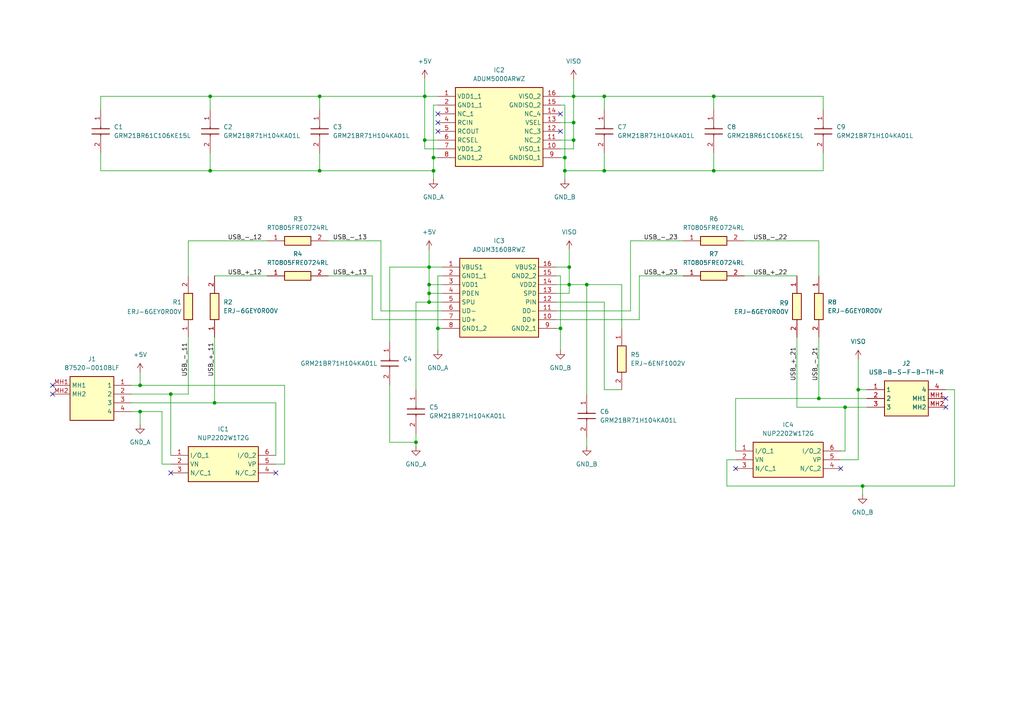
<source format=kicad_sch>
(kicad_sch (version 20250114) (generator "eeschema") (generator_version "9.0")
  (paper "A4")
  (lib_symbols
    (symbol "SamacSys_Parts:87520-0010BLF"
      (property "Reference" "J" (at 19.05 7.62 0))
      (property "Value" "87520-0010BLF" (at 19.05 5.08 0))
      (symbol "87520-0010BLF_1_1"
        (rectangle (start 5.08 2.54) (end 17.78 -10.16) (stroke (width 0.254)) (fill (type background)))
        (pin passive line (at 0 0 0) (length 5.08) (name "MH1") (number "MH1"))
        (pin passive line (at 0 -2.54 0) (length 5.08) (name "MH2") (number "MH2"))
        (pin passive line (at 22.86 0 180) (length 5.08) (name "1") (number "1"))
        (pin passive line (at 22.86 -2.54 180) (length 5.08) (name "2") (number "2"))
        (pin passive line (at 22.86 -5.08 180) (length 5.08) (name "3") (number "3"))
        (pin passive line (at 22.86 -7.62 180) (length 5.08) (name "4") (number "4"))
      )
    )
    (symbol "SamacSys_Parts:ADUM3160BRWZ"
      (property "Reference" "IC" (at 29.21 7.62 0))
      (property "Value" "ADUM3160BRWZ" (at 29.21 5.08 0))
      (symbol "ADUM3160BRWZ_1_1"
        (rectangle (start 5.08 2.54) (end 27.94 -20.32) (stroke (width 0.254)) (fill (type background)))
        (pin passive line (at 0 0 0) (length 5.08) (name "VBUS1") (number "1"))
        (pin passive line (at 0 -2.54 0) (length 5.08) (name "GND1_1") (number "2"))
        (pin passive line (at 0 -5.08 0) (length 5.08) (name "VDD1") (number "3"))
        (pin passive line (at 0 -7.62 0) (length 5.08) (name "PDEN") (number "4"))
        (pin passive line (at 0 -10.16 0) (length 5.08) (name "SPU") (number "5"))
        (pin passive line (at 0 -12.7 0) (length 5.08) (name "UD-") (number "6"))
        (pin passive line (at 0 -15.24 0) (length 5.08) (name "UD+") (number "7"))
        (pin passive line (at 0 -17.78 0) (length 5.08) (name "GND1_2") (number "8"))
        (pin passive line (at 33.02 0 180) (length 5.08) (name "VBUS2") (number "16"))
        (pin passive line (at 33.02 -2.54 180) (length 5.08) (name "GND2_2") (number "15"))
        (pin passive line (at 33.02 -5.08 180) (length 5.08) (name "VDD2") (number "14"))
        (pin passive line (at 33.02 -7.62 180) (length 5.08) (name "SPD") (number "13"))
        (pin passive line (at 33.02 -10.16 180) (length 5.08) (name "PIN") (number "12"))
        (pin passive line (at 33.02 -12.7 180) (length 5.08) (name "DD-") (number "11"))
        (pin passive line (at 33.02 -15.24 180) (length 5.08) (name "DD+") (number "10"))
        (pin passive line (at 33.02 -17.78 180) (length 5.08) (name "GND2_1") (number "9"))
      )
    )
    (symbol "SamacSys_Parts:ADUM5000ARWZ"
      (property "Reference" "IC" (at 31.75 7.62 0))
      (property "Value" "ADUM5000ARWZ" (at 31.75 5.08 0))
      (symbol "ADUM5000ARWZ_1_1"
        (rectangle (start 5.08 2.54) (end 30.48 -20.32) (stroke (width 0.254)) (fill (type background)))
        (pin passive line (at 0 0 0) (length 5.08) (name "VDD1_1") (number "1"))
        (pin passive line (at 0 -2.54 0) (length 5.08) (name "GND1_1") (number "2"))
        (pin passive line (at 0 -5.08 0) (length 5.08) (name "NC_1") (number "3"))
        (pin passive line (at 0 -7.62 0) (length 5.08) (name "RCIN") (number "4"))
        (pin passive line (at 0 -10.16 0) (length 5.08) (name "RCOUT") (number "5"))
        (pin passive line (at 0 -12.7 0) (length 5.08) (name "RCSEL") (number "6"))
        (pin passive line (at 0 -15.24 0) (length 5.08) (name "VDD1_2") (number "7"))
        (pin passive line (at 0 -17.78 0) (length 5.08) (name "GND1_2") (number "8"))
        (pin passive line (at 35.56 0 180) (length 5.08) (name "VISO_2") (number "16"))
        (pin passive line (at 35.56 -2.54 180) (length 5.08) (name "GNDISO_2") (number "15"))
        (pin passive line (at 35.56 -5.08 180) (length 5.08) (name "NC_4") (number "14"))
        (pin passive line (at 35.56 -7.62 180) (length 5.08) (name "VSEL") (number "13"))
        (pin passive line (at 35.56 -10.16 180) (length 5.08) (name "NC_3") (number "12"))
        (pin passive line (at 35.56 -12.7 180) (length 5.08) (name "NC_2") (number "11"))
        (pin passive line (at 35.56 -15.24 180) (length 5.08) (name "VISO_1") (number "10"))
        (pin passive line (at 35.56 -17.78 180) (length 5.08) (name "GNDISO_1") (number "9"))
      )
    )
    (symbol "SamacSys_Parts:ERJ-6ENF1002V" (pin_names (hide yes))
      (property "Reference" "R" (at 13.97 6.35 0))
      (property "Value" "ERJ-6ENF1002V" (at 13.97 3.81 0))
      (symbol "ERJ-6ENF1002V_1_1"
        (rectangle (start 5.08 1.27) (end 12.7 -1.27) (stroke (width 0.254)) (fill (type background)))
        (pin passive line (at 0 0 0) (length 5.08) (name "1") (number "1"))
        (pin passive line (at 17.78 0 180) (length 5.08) (name "2") (number "2"))
      )
    )
    (symbol "SamacSys_Parts:ERJ-6GEY0R00V" (pin_names (hide yes))
      (property "Reference" "R" (at 13.97 6.35 0))
      (property "Value" "ERJ-6GEY0R00V" (at 13.97 3.81 0))
      (symbol "ERJ-6GEY0R00V_1_1"
        (rectangle (start 5.08 1.27) (end 12.7 -1.27) (stroke (width 0.254)) (fill (type background)))
        (pin passive line (at 0 0 0) (length 5.08) (name "1") (number "1"))
        (pin passive line (at 17.78 0 180) (length 5.08) (name "2") (number "2"))
      )
    )
    (symbol "SamacSys_Parts:GRM21BR61C106KE15L" (pin_names (hide yes))
      (property "Reference" "C" (at 8.89 6.35 0))
      (property "Value" "GRM21BR61C106KE15L" (at 8.89 3.81 0))
      (symbol "GRM21BR61C106KE15L_1_1"
        (polyline (pts (xy 5.08 0) (xy 5.588 0)) (stroke (width 0.254)))
        (polyline (pts (xy 5.588 2.54) (xy 5.588 -2.54)) (stroke (width 0.254)))
        (polyline (pts (xy 7.112 2.54) (xy 7.112 -2.54)) (stroke (width 0.254)))
        (polyline (pts (xy 7.112 0) (xy 7.62 0)) (stroke (width 0.254)))
        (pin passive line (at 0 0 0) (length 5.08) (name "1") (number "1"))
        (pin passive line (at 12.7 0 180) (length 5.08) (name "2") (number "2"))
      )
    )
    (symbol "SamacSys_Parts:GRM21BR71H104KA01L" (pin_names (hide yes))
      (property "Reference" "C" (at 8.89 6.35 0))
      (property "Value" "GRM21BR71H104KA01L" (at 8.89 3.81 0))
      (symbol "GRM21BR71H104KA01L_1_1"
        (polyline (pts (xy 5.08 0) (xy 5.588 0)) (stroke (width 0.254)))
        (polyline (pts (xy 5.588 2.54) (xy 5.588 -2.54)) (stroke (width 0.254)))
        (polyline (pts (xy 7.112 2.54) (xy 7.112 -2.54)) (stroke (width 0.254)))
        (polyline (pts (xy 7.112 0) (xy 7.62 0)) (stroke (width 0.254)))
        (pin passive line (at 0 0 0) (length 5.08) (name "1") (number "1"))
        (pin passive line (at 12.7 0 180) (length 5.08) (name "2") (number "2"))
      )
    )
    (symbol "SamacSys_Parts:NUP2202W1T2G"
      (property "Reference" "IC" (at 26.67 7.62 0))
      (property "Value" "NUP2202W1T2G" (at 26.67 5.08 0))
      (symbol "NUP2202W1T2G_1_1"
        (rectangle (start 5.08 2.54) (end 25.4 -7.62) (stroke (width 0.254)) (fill (type background)))
        (pin passive line (at 0 0 0) (length 5.08) (name "I/O_1") (number "1"))
        (pin passive line (at 0 -2.54 0) (length 5.08) (name "VN") (number "2"))
        (pin passive line (at 0 -5.08 0) (length 5.08) (name "N/C_1") (number "3"))
        (pin passive line (at 30.48 0 180) (length 5.08) (name "I/O_2") (number "6"))
        (pin passive line (at 30.48 -2.54 180) (length 5.08) (name "VP") (number "5"))
        (pin passive line (at 30.48 -5.08 180) (length 5.08) (name "N/C_2") (number "4"))
      )
    )
    (symbol "SamacSys_Parts:RT0805FRE0724RL" (pin_names (hide yes))
      (property "Reference" "R" (at 13.97 6.35 0))
      (property "Value" "RT0805FRE0724RL" (at 13.97 3.81 0))
      (symbol "RT0805FRE0724RL_1_1"
        (rectangle (start 5.08 1.27) (end 12.7 -1.27) (stroke (width 0.254)) (fill (type background)))
        (pin passive line (at 0 0 0) (length 5.08) (name "1") (number "1"))
        (pin passive line (at 17.78 0 180) (length 5.08) (name "2") (number "2"))
      )
    )
    (symbol "SamacSys_Parts:USB-B-S-F-B-TH-R"
      (property "Reference" "J" (at 19.05 7.62 0))
      (property "Value" "USB-B-S-F-B-TH-R" (at 19.05 5.08 0))
      (symbol "USB-B-S-F-B-TH-R_1_1"
        (rectangle (start 5.08 2.54) (end 17.78 -7.62) (stroke (width 0.254)) (fill (type background)))
        (pin passive line (at 0 0 0) (length 5.08) (name "1") (number "1"))
        (pin passive line (at 0 -2.54 0) (length 5.08) (name "2") (number "2"))
        (pin passive line (at 0 -5.08 0) (length 5.08) (name "3") (number "3"))
        (pin passive line (at 22.86 0 180) (length 5.08) (name "4") (number "4"))
        (pin passive line (at 22.86 -2.54 180) (length 5.08) (name "MH1") (number "MH1"))
        (pin passive line (at 22.86 -5.08 180) (length 5.08) (name "MH2") (number "MH2"))
      )
    )
    (symbol "power:+5V" (power) (pin_numbers (hide yes)) (pin_names (offset 0) (hide yes))
      (property "Value" "+5V" (at 0 3.556 0))
      (symbol "+5V_0_1"
        (polyline (pts (xy -0.762 1.27) (xy 0 2.54)))
        (polyline (pts (xy 0 2.54) (xy 0.762 1.27)))
        (polyline (pts (xy 0 0) (xy 0 2.54)))
      )
      (symbol "+5V_1_1"
        (pin power_in line (at 0 0 90) (length 0) (name "~") (number "1"))
      )
    )
    (symbol "power:GND1" (power) (pin_numbers (hide yes)) (pin_names (offset 0) (hide yes))
      (property "Value" "GND1" (at 0 -3.81 0))
      (symbol "GND1_0_1"
        (polyline (pts (xy 0 0) (xy 0 -1.27) (xy 1.27 -1.27) (xy 0 -2.54) (xy -1.27 -1.27) (xy 0 -1.27)))
      )
      (symbol "GND1_1_1"
        (pin power_in line (at 0 0 270) (length 0) (name "~") (number "1"))
      )
    )
    (symbol "power:GND2" (power) (pin_numbers (hide yes)) (pin_names (offset 0) (hide yes))
      (property "Value" "GND2" (at 0 -3.81 0))
      (symbol "GND2_0_1"
        (polyline (pts (xy 0 0) (xy 0 -1.27) (xy 1.27 -1.27) (xy 0 -2.54) (xy -1.27 -1.27) (xy 0 -1.27)))
      )
      (symbol "GND2_1_1"
        (pin power_in line (at 0 0 270) (length 0) (name "~") (number "1"))
      )
    )
    (symbol "power:VCC" (power) (pin_numbers (hide yes)) (pin_names (offset 0) (hide yes))
      (property "Value" "VCC" (at 0 3.556 0))
      (symbol "VCC_0_1"
        (polyline (pts (xy -0.762 1.27) (xy 0 2.54)))
        (polyline (pts (xy 0 2.54) (xy 0.762 1.27)))
        (polyline (pts (xy 0 0) (xy 0 2.54)))
      )
      (symbol "VCC_1_1"
        (pin power_in line (at 0 0 90) (length 0) (name "~") (number "1"))
      )
    )
  )
  (junction (at 123.19 27.94))
  (junction (at 165.1 82.55))
  (junction (at 250.19 140.97))
  (junction (at 166.37 40.64))
  (junction (at 245.11 118.11))
  (junction (at 120.65 128.27))
  (junction (at 62.23 116.84))
  (junction (at 124.46 77.47))
  (junction (at 127 95.25))
  (junction (at 124.46 87.63))
  (junction (at 123.19 40.64))
  (junction (at 207.01 27.94))
  (junction (at 124.46 85.09))
  (junction (at 175.26 27.94))
  (junction (at 92.71 49.53))
  (junction (at 60.96 49.53))
  (junction (at 165.1 77.47))
  (junction (at 166.37 27.94))
  (junction (at 163.83 45.72))
  (junction (at 92.71 27.94))
  (junction (at 162.56 95.25))
  (junction (at 125.73 45.72))
  (junction (at 40.64 111.76))
  (junction (at 49.53 114.3))
  (junction (at 237.49 115.57))
  (junction (at 166.37 35.56))
  (junction (at 175.26 49.53))
  (junction (at 60.96 27.94))
  (junction (at 40.64 119.38))
  (junction (at 207.01 49.53))
  (junction (at 125.73 49.53))
  (junction (at 248.92 113.03))
  (junction (at 170.18 82.55))
  (junction (at 163.83 49.53))
  (junction (at 124.46 82.55))
  (no_connect (at 274.32 118.11))
  (no_connect (at 243.84 135.89))
  (no_connect (at 274.32 115.57))
  (no_connect (at 49.53 137.16))
  (no_connect (at 127 38.1))
  (no_connect (at 162.56 38.1))
  (no_connect (at 80.01 137.16))
  (no_connect (at 127 33.02))
  (no_connect (at 15.24 114.3))
  (no_connect (at 15.24 111.76))
  (no_connect (at 162.56 33.02))
  (no_connect (at 213.36 135.89))
  (no_connect (at 127 35.56))
  (wire (pts (xy 231.14 118.11) (xy 245.11 118.11)))
  (wire (pts (xy 113.03 77.47) (xy 124.46 77.47)))
  (wire (pts (xy 166.37 43.18) (xy 166.37 40.64)))
  (wire (pts (xy 243.84 130.81) (xy 245.11 130.81)))
  (wire (pts (xy 248.92 133.35) (xy 248.92 113.03)))
  (wire (pts (xy 29.21 31.75) (xy 29.21 27.94)))
  (wire (pts (xy 213.36 130.81) (xy 213.36 115.57)))
  (wire (pts (xy 238.76 27.94) (xy 207.01 27.94)))
  (wire (pts (xy 237.49 97.79) (xy 237.49 115.57)))
  (wire (pts (xy 38.1 114.3) (xy 49.53 114.3)))
  (wire (pts (xy 248.92 113.03) (xy 251.46 113.03)))
  (wire (pts (xy 60.96 31.75) (xy 60.96 27.94)))
  (wire (pts (xy 243.84 133.35) (xy 248.92 133.35)))
  (wire (pts (xy 80.01 116.84) (xy 80.01 132.08)))
  (wire (pts (xy 237.49 69.85) (xy 215.9 69.85)))
  (wire (pts (xy 250.19 140.97) (xy 276.86 140.97)))
  (wire (pts (xy 162.56 43.18) (xy 166.37 43.18)))
  (wire (pts (xy 124.46 72.39) (xy 124.46 77.47)))
  (wire (pts (xy 124.46 82.55) (xy 128.27 82.55)))
  (wire (pts (xy 29.21 44.45) (xy 29.21 49.53)))
  (wire (pts (xy 237.49 80.01) (xy 237.49 69.85)))
  (wire (pts (xy 60.96 49.53) (xy 92.71 49.53)))
  (wire (pts (xy 62.23 97.79) (xy 62.23 116.84)))
  (wire (pts (xy 161.29 82.55) (xy 165.1 82.55)))
  (wire (pts (xy 161.29 85.09) (xy 165.1 85.09)))
  (wire (pts (xy 113.03 111.76) (xy 113.03 128.27)))
  (wire (pts (xy 175.26 87.63) (xy 161.29 87.63)))
  (wire (pts (xy 54.61 69.85) (xy 77.47 69.85)))
  (wire (pts (xy 127 80.01) (xy 127 95.25)))
  (wire (pts (xy 207.01 49.53) (xy 175.26 49.53)))
  (wire (pts (xy 120.65 87.63) (xy 120.65 113.03)))
  (wire (pts (xy 49.53 134.62) (xy 46.99 134.62)))
  (wire (pts (xy 170.18 127) (xy 170.18 129.54)))
  (wire (pts (xy 238.76 31.75) (xy 238.76 27.94)))
  (wire (pts (xy 165.1 77.47) (xy 161.29 77.47)))
  (wire (pts (xy 175.26 27.94) (xy 166.37 27.94)))
  (wire (pts (xy 163.83 52.07) (xy 163.83 49.53)))
  (wire (pts (xy 123.19 43.18) (xy 127 43.18)))
  (wire (pts (xy 231.14 97.79) (xy 231.14 118.11)))
  (wire (pts (xy 210.82 140.97) (xy 250.19 140.97)))
  (wire (pts (xy 161.29 92.71) (xy 185.42 92.71)))
  (wire (pts (xy 166.37 35.56) (xy 166.37 27.94)))
  (wire (pts (xy 210.82 133.35) (xy 210.82 140.97)))
  (wire (pts (xy 166.37 40.64) (xy 166.37 35.56)))
  (wire (pts (xy 124.46 85.09) (xy 124.46 87.63)))
  (wire (pts (xy 29.21 27.94) (xy 60.96 27.94)))
  (wire (pts (xy 40.64 111.76) (xy 82.55 111.76)))
  (wire (pts (xy 165.1 82.55) (xy 165.1 77.47)))
  (wire (pts (xy 125.73 30.48) (xy 125.73 45.72)))
  (wire (pts (xy 124.46 77.47) (xy 128.27 77.47)))
  (wire (pts (xy 180.34 82.55) (xy 170.18 82.55)))
  (wire (pts (xy 127 95.25) (xy 127 101.6)))
  (wire (pts (xy 29.21 49.53) (xy 60.96 49.53)))
  (wire (pts (xy 162.56 40.64) (xy 166.37 40.64)))
  (wire (pts (xy 182.88 90.17) (xy 182.88 69.85)))
  (wire (pts (xy 123.19 40.64) (xy 123.19 43.18)))
  (wire (pts (xy 207.01 31.75) (xy 207.01 27.94)))
  (wire (pts (xy 60.96 44.45) (xy 60.96 49.53)))
  (wire (pts (xy 237.49 115.57) (xy 251.46 115.57)))
  (wire (pts (xy 123.19 27.94) (xy 123.19 40.64)))
  (wire (pts (xy 127 95.25) (xy 128.27 95.25)))
  (wire (pts (xy 107.95 80.01) (xy 107.95 92.71)))
  (wire (pts (xy 161.29 95.25) (xy 162.56 95.25)))
  (wire (pts (xy 110.49 90.17) (xy 128.27 90.17)))
  (wire (pts (xy 40.64 119.38) (xy 46.99 119.38)))
  (wire (pts (xy 245.11 118.11) (xy 251.46 118.11)))
  (wire (pts (xy 163.83 30.48) (xy 163.83 45.72)))
  (wire (pts (xy 180.34 113.03) (xy 175.26 113.03)))
  (wire (pts (xy 62.23 80.01) (xy 77.47 80.01)))
  (wire (pts (xy 276.86 140.97) (xy 276.86 113.03)))
  (wire (pts (xy 54.61 69.85) (xy 54.61 80.01)))
  (wire (pts (xy 62.23 116.84) (xy 80.01 116.84)))
  (wire (pts (xy 161.29 80.01) (xy 162.56 80.01)))
  (wire (pts (xy 185.42 80.01) (xy 198.12 80.01)))
  (wire (pts (xy 113.03 128.27) (xy 120.65 128.27)))
  (wire (pts (xy 175.26 44.45) (xy 175.26 49.53)))
  (wire (pts (xy 124.46 77.47) (xy 124.46 82.55)))
  (wire (pts (xy 175.26 113.03) (xy 175.26 87.63)))
  (wire (pts (xy 163.83 49.53) (xy 163.83 45.72)))
  (wire (pts (xy 245.11 130.81) (xy 245.11 118.11)))
  (wire (pts (xy 175.26 49.53) (xy 163.83 49.53)))
  (wire (pts (xy 213.36 115.57) (xy 237.49 115.57)))
  (wire (pts (xy 92.71 27.94) (xy 123.19 27.94)))
  (wire (pts (xy 38.1 119.38) (xy 40.64 119.38)))
  (wire (pts (xy 120.65 87.63) (xy 124.46 87.63)))
  (wire (pts (xy 162.56 80.01) (xy 162.56 95.25)))
  (wire (pts (xy 49.53 114.3) (xy 49.53 132.08)))
  (wire (pts (xy 124.46 87.63) (xy 128.27 87.63)))
  (wire (pts (xy 92.71 49.53) (xy 125.73 49.53)))
  (wire (pts (xy 113.03 99.06) (xy 113.03 77.47)))
  (wire (pts (xy 40.64 119.38) (xy 40.64 123.19)))
  (wire (pts (xy 123.19 40.64) (xy 127 40.64)))
  (wire (pts (xy 238.76 44.45) (xy 238.76 49.53)))
  (wire (pts (xy 54.61 97.79) (xy 54.61 114.3)))
  (wire (pts (xy 124.46 85.09) (xy 128.27 85.09)))
  (wire (pts (xy 95.25 69.85) (xy 110.49 69.85)))
  (wire (pts (xy 125.73 45.72) (xy 125.73 49.53)))
  (wire (pts (xy 40.64 107.95) (xy 40.64 111.76)))
  (wire (pts (xy 82.55 111.76) (xy 82.55 134.62)))
  (wire (pts (xy 162.56 35.56) (xy 166.37 35.56)))
  (wire (pts (xy 276.86 113.03) (xy 274.32 113.03)))
  (wire (pts (xy 250.19 140.97) (xy 250.19 143.51)))
  (wire (pts (xy 162.56 95.25) (xy 162.56 101.6)))
  (wire (pts (xy 163.83 45.72) (xy 162.56 45.72)))
  (wire (pts (xy 124.46 82.55) (xy 124.46 85.09)))
  (wire (pts (xy 165.1 85.09) (xy 165.1 82.55)))
  (wire (pts (xy 185.42 92.71) (xy 185.42 80.01)))
  (wire (pts (xy 166.37 27.94) (xy 162.56 27.94)))
  (wire (pts (xy 162.56 30.48) (xy 163.83 30.48)))
  (wire (pts (xy 165.1 72.39) (xy 165.1 77.47)))
  (wire (pts (xy 166.37 22.86) (xy 166.37 27.94)))
  (wire (pts (xy 120.65 125.73) (xy 120.65 128.27)))
  (wire (pts (xy 182.88 69.85) (xy 198.12 69.85)))
  (wire (pts (xy 38.1 116.84) (xy 62.23 116.84)))
  (wire (pts (xy 170.18 82.55) (xy 165.1 82.55)))
  (wire (pts (xy 161.29 90.17) (xy 182.88 90.17)))
  (wire (pts (xy 248.92 104.14) (xy 248.92 113.03)))
  (wire (pts (xy 125.73 45.72) (xy 127 45.72)))
  (wire (pts (xy 128.27 80.01) (xy 127 80.01)))
  (wire (pts (xy 170.18 114.3) (xy 170.18 82.55)))
  (wire (pts (xy 107.95 92.71) (xy 128.27 92.71)))
  (wire (pts (xy 127 27.94) (xy 123.19 27.94)))
  (wire (pts (xy 92.71 31.75) (xy 92.71 27.94)))
  (wire (pts (xy 120.65 128.27) (xy 120.65 129.54)))
  (wire (pts (xy 213.36 133.35) (xy 210.82 133.35)))
  (wire (pts (xy 175.26 31.75) (xy 175.26 27.94)))
  (wire (pts (xy 123.19 22.86) (xy 123.19 27.94)))
  (wire (pts (xy 180.34 82.55) (xy 180.34 95.25)))
  (wire (pts (xy 46.99 134.62) (xy 46.99 119.38)))
  (wire (pts (xy 125.73 49.53) (xy 125.73 52.07)))
  (wire (pts (xy 207.01 44.45) (xy 207.01 49.53)))
  (wire (pts (xy 54.61 114.3) (xy 49.53 114.3)))
  (wire (pts (xy 215.9 80.01) (xy 231.14 80.01)))
  (wire (pts (xy 127 30.48) (xy 125.73 30.48)))
  (wire (pts (xy 110.49 69.85) (xy 110.49 90.17)))
  (wire (pts (xy 207.01 49.53) (xy 238.76 49.53)))
  (wire (pts (xy 95.25 80.01) (xy 107.95 80.01)))
  (wire (pts (xy 207.01 27.94) (xy 175.26 27.94)))
  (wire (pts (xy 60.96 27.94) (xy 92.71 27.94)))
  (wire (pts (xy 82.55 134.62) (xy 80.01 134.62)))
  (wire (pts (xy 92.71 44.45) (xy 92.71 49.53)))
  (wire (pts (xy 38.1 111.76) (xy 40.64 111.76)))
  (label "USB_-_12" (at 66.04 69.85 0))
  (label "USB_-_23" (at 186.69 69.85 0))
  (label "USB_-_21" (at 237.49 110.49 90))
  (label "USB_+_22" (at 218.44 80.01 0))
  (label "USB_-_11" (at 54.61 109.22 90))
  (label "USB_+_23" (at 186.69 80.01 0))
  (label "USB_+_11" (at 62.23 109.22 90))
  (label "USB_-_13" (at 96.52 69.85 0))
  (label "USB_+_13" (at 96.52 80.01 0))
  (label "USB_+_21" (at 231.14 110.49 90))
  (label "USB_-_22" (at 218.44 69.85 0))
  (label "USB_+_12" (at 66.04 80.01 0))
  (symbol (lib_id "power:GND1") (at 125.73 52.07 0) (unit 1)
    (property "Reference" "#PWR06" (effects (hide yes)))
    (property "Value" "GND_A" (at 125.73 57.15 0))
    (property "Description" "Power symbol creates a global label with name \"GND1\" , ground" (effects (hide yes)))
  )
  (symbol (lib_id "SamacSys_Parts:ERJ-6GEY0R00V") (at 54.61 97.79 90) (unit 1)
    (property "Reference" "R1" (at 50.038 87.63 90) (effects (justify right)))
    (property "Value" "ERJ-6GEY0R00V" (at 36.83 90.424 90) (effects (justify right)))
    (property "Footprint" "SamacSys_Parts:RESC2012X70N" (effects (hide yes)))
    (property "Datasheet" "http://componentsearchengine.com/Datasheets/1/ERJ-6GEY0R00V.pdf" (effects (hide yes)))
    (property "Description" "RESISTOR, 0805 0 Ohm +/-5% 0.125 W" (effects (hide yes)))
    (property "Height" "0.7" (effects (hide yes)))
    (property "Manufacturer_Name" "Panasonic" (effects (hide yes)))
    (property "Manufacturer_Part_Number" "ERJ-6GEY0R00V" (effects (hide yes)))
    (property "Mouser Part Number" "667-ERJ-6GEY0R00V" (effects (hide yes)))
    (property "Mouser Price/Stock" "https://www.mouser.co.uk/ProductDetail/Panasonic/ERJ-6GEY0R00V?qs=tQNqqtTOejLLHbaWAzeH1w%3D%3D" (effects (hide yes)))
    (property "Arrow Part Number" "ERJ-6GEY0R00V" (effects (hide yes)))
    (property "Arrow Price/Stock" "https://www.arrow.com/en/products/erj-6gey0r00v/panasonic?utm_currency=USD&region=nac" (effects (hide yes)))
  )
  (symbol (lib_id "SamacSys_Parts:87520-0010BLF") (at 15.24 111.76 0) (unit 1)
    (property "Reference" "J1" (at 26.67 104.14 0))
    (property "Value" "87520-0010BLF" (at 26.67 106.68 0))
    (property "Footprint" "SamacSys_Parts:875200010BLF" (effects (hide yes)))
    (property "Datasheet" "https://cdn.amphenol-cs.com/media/wysiwyg/files/drawing/87520.pdf" (effects (hide yes)))
    (property "Description" "USB 2.0, Input Output Connector, USB Type A, Standard, Right Angle, Through Hole, Single Decks, 4 Positions" (effects (hide yes)))
    (property "Height" "8" (effects (hide yes)))
    (property "Manufacturer_Name" "Amphenol Communications Solutions" (effects (hide yes)))
    (property "Manufacturer_Part_Number" "87520-0010BLF" (effects (hide yes)))
    (property "Arrow Part Number" "87520-0010BLF" (effects (hide yes)))
    (property "Arrow Price/Stock" "https://www.arrow.com/en/products/87520-0010blf/amphenol-fci?region=europe" (effects (hide yes)))
  )
  (symbol (lib_id "power:GND2") (at 250.19 143.51 0) (unit 1)
    (property "Reference" "#PWR014" (effects (hide yes)))
    (property "Value" "GND_B" (at 250.19 148.59 0))
    (property "Description" "Power symbol creates a global label with name \"GND2\" , ground" (effects (hide yes)))
  )
  (symbol (lib_id "power:GND2") (at 163.83 52.07 0) (unit 1)
    (property "Reference" "#PWR09" (effects (hide yes)))
    (property "Value" "GND_B" (at 163.83 57.15 0))
    (property "Description" "Power symbol creates a global label with name \"GND2\" , ground" (effects (hide yes)))
  )
  (symbol (lib_id "SamacSys_Parts:RT0805FRE0724RL") (at 77.47 69.85 0) (unit 1)
    (property "Reference" "R3" (at 86.36 63.5 0))
    (property "Value" "RT0805FRE0724RL" (at 86.36 66.04 0))
    (property "Footprint" "SamacSys_Parts:RESC2012X60N" (effects (hide yes)))
    (property "Datasheet" "https://www.mouser.do/datasheet/2/447/PYu_RT_1_to_0_01_RoHS_L_15-3461507.pdfhttps://www.mouser.do/datasheet/2/447/PYu_RT_1_to_0_01_RoHS_L_15-3461507.pdf" (effects (hide yes)))
    (property "Description" "Thin Film Resistors - SMD 24    OHM   1%  50PPM   1/8W" (effects (hide yes)))
    (property "Height" "0.6" (effects (hide yes)))
    (property "Manufacturer_Name" "YAGEO" (effects (hide yes)))
    (property "Manufacturer_Part_Number" "RT0805FRE0724RL" (effects (hide yes)))
  )
  (symbol (lib_id "SamacSys_Parts:ERJ-6ENF1002V") (at 180.34 95.25 270) (unit 1)
    (property "Reference" "R5" (at 182.88 102.8699 90) (effects (justify left)))
    (property "Value" "ERJ-6ENF1002V" (at 182.88 105.4099 90) (effects (justify left)))
    (property "Footprint" "SamacSys_Parts:ERJ6ENF1000V" (effects (hide yes)))
    (property "Datasheet" "https://industrial.panasonic.com/cdbs/www-data/pdf/RDA0000/AOA0000C84.pdf" (effects (hide yes)))
    (property "Description" "Thick Film Resistors - SMD 0805 10Kohms 1% AEC-Q200" (effects (hide yes)))
    (property "Height" "0.7" (effects (hide yes)))
    (property "Manufacturer_Name" "Panasonic" (effects (hide yes)))
    (property "Manufacturer_Part_Number" "ERJ-6ENF1002V" (effects (hide yes)))
    (property "Mouser Part Number" "667-ERJ-6ENF1002V" (effects (hide yes)))
    (property "Mouser Price/Stock" "https://www.mouser.co.uk/ProductDetail/Panasonic/ERJ-6ENF1002V?qs=4WZYzuGhm5pfKPfuMiCO5g%3D%3D" (effects (hide yes)))
    (property "Arrow Part Number" "ERJ-6ENF1002V" (effects (hide yes)))
    (property "Arrow Price/Stock" "https://www.arrow.com/en/products/erj-6enf1002v/panasonic?utm_currency=USD&region=europe" (effects (hide yes)))
  )
  (symbol (lib_id "power:VCC") (at 165.1 72.39 0) (unit 1)
    (property "Reference" "#PWR010" (effects (hide yes)))
    (property "Value" "VISO" (at 165.1 67.31 0))
    (property "Description" "Power symbol creates a global label with name \"VCC\"" (effects (hide yes)))
  )
  (symbol (lib_id "power:+5V") (at 123.19 22.86 0) (unit 1)
    (property "Reference" "#PWR04" (effects (hide yes)))
    (property "Value" "+5V" (at 123.19 17.78 0))
    (property "Description" "Power symbol creates a global label with name \"+5V\"" (effects (hide yes)))
  )
  (symbol (lib_id "power:+5V") (at 40.64 107.95 0) (unit 1)
    (property "Reference" "#PWR01" (effects (hide yes)))
    (property "Value" "+5V" (at 40.64 102.87 0))
    (property "Description" "Power symbol creates a global label with name \"+5V\"" (effects (hide yes)))
  )
  (symbol (lib_id "SamacSys_Parts:ERJ-6GEY0R00V") (at 62.23 97.79 90) (unit 1)
    (property "Reference" "R2" (at 64.77 87.6299 90) (effects (justify right)))
    (property "Value" "ERJ-6GEY0R00V" (at 64.77 90.1699 90) (effects (justify right)))
    (property "Footprint" "SamacSys_Parts:RESC2012X70N" (effects (hide yes)))
    (property "Datasheet" "http://componentsearchengine.com/Datasheets/1/ERJ-6GEY0R00V.pdf" (effects (hide yes)))
    (property "Description" "RESISTOR, 0805 0 Ohm +/-5% 0.125 W" (effects (hide yes)))
    (property "Height" "0.7" (effects (hide yes)))
    (property "Manufacturer_Name" "Panasonic" (effects (hide yes)))
    (property "Manufacturer_Part_Number" "ERJ-6GEY0R00V" (effects (hide yes)))
    (property "Mouser Part Number" "667-ERJ-6GEY0R00V" (effects (hide yes)))
    (property "Mouser Price/Stock" "https://www.mouser.co.uk/ProductDetail/Panasonic/ERJ-6GEY0R00V?qs=tQNqqtTOejLLHbaWAzeH1w%3D%3D" (effects (hide yes)))
    (property "Arrow Part Number" "ERJ-6GEY0R00V" (effects (hide yes)))
    (property "Arrow Price/Stock" "https://www.arrow.com/en/products/erj-6gey0r00v/panasonic?utm_currency=USD&region=nac" (effects (hide yes)))
  )
  (symbol (lib_id "SamacSys_Parts:GRM21BR71H104KA01L") (at 238.76 31.75 270) (unit 1)
    (property "Reference" "C9" (at 242.57 36.8299 90) (effects (justify left)))
    (property "Value" "GRM21BR71H104KA01L" (at 242.57 39.3699 90) (effects (justify left)))
    (property "Footprint" "SamacSys_Parts:CAPC2012X145N" (effects (hide yes)))
    (property "Datasheet" "https://search.murata.co.jp/Ceramy/image/img/A01X/G101/ENG/GRM21BR71H104KA01-01.pdf" (effects (hide yes)))
    (property "Description" "Ceramic Capacitors MLCC 0805 100nF 50V Murata 0805 GRM 100nF Ceramic Multilayer Capacitor, 50 V dc X7R Dielectric ??10% SMD" (effects (hide yes)))
    (property "Height" "1.45" (effects (hide yes)))
    (property "Manufacturer_Name" "Murata Electronics" (effects (hide yes)))
    (property "Manufacturer_Part_Number" "GRM21BR71H104KA01L" (effects (hide yes)))
    (property "Mouser Part Number" "81-GRM40X104K50L" (effects (hide yes)))
    (property "Mouser Price/Stock" "https://www.mouser.co.uk/ProductDetail/Murata-Electronics/GRM21BR71H104KA01L?qs=JovLnzPPZAL81o2XNDa%2FDA%3D%3D" (effects (hide yes)))
    (property "Arrow Part Number" "GRM21BR71H104KA01L" (effects (hide yes)))
    (property "Arrow Price/Stock" "https://www.arrow.com/en/products/grm21br71h104ka01l/murata-manufacturing?utm_currency=USD&region=europe" (effects (hide yes)))
  )
  (symbol (lib_id "SamacSys_Parts:GRM21BR71H104KA01L") (at 175.26 31.75 270) (unit 1)
    (property "Reference" "C7" (at 179.07 36.8299 90) (effects (justify left)))
    (property "Value" "GRM21BR71H104KA01L" (at 179.07 39.3699 90) (effects (justify left)))
    (property "Footprint" "SamacSys_Parts:CAPC2012X145N" (effects (hide yes)))
    (property "Datasheet" "https://search.murata.co.jp/Ceramy/image/img/A01X/G101/ENG/GRM21BR71H104KA01-01.pdf" (effects (hide yes)))
    (property "Description" "Ceramic Capacitors MLCC 0805 100nF 50V Murata 0805 GRM 100nF Ceramic Multilayer Capacitor, 50 V dc X7R Dielectric ??10% SMD" (effects (hide yes)))
    (property "Height" "1.45" (effects (hide yes)))
    (property "Manufacturer_Name" "Murata Electronics" (effects (hide yes)))
    (property "Manufacturer_Part_Number" "GRM21BR71H104KA01L" (effects (hide yes)))
    (property "Mouser Part Number" "81-GRM40X104K50L" (effects (hide yes)))
    (property "Mouser Price/Stock" "https://www.mouser.co.uk/ProductDetail/Murata-Electronics/GRM21BR71H104KA01L?qs=JovLnzPPZAL81o2XNDa%2FDA%3D%3D" (effects (hide yes)))
    (property "Arrow Part Number" "GRM21BR71H104KA01L" (effects (hide yes)))
    (property "Arrow Price/Stock" "https://www.arrow.com/en/products/grm21br71h104ka01l/murata-manufacturing?utm_currency=USD&region=europe" (effects (hide yes)))
  )
  (symbol (lib_id "SamacSys_Parts:ADUM3160BRWZ") (at 128.27 77.47 0) (unit 1)
    (property "Reference" "IC3" (at 144.78 69.85 0))
    (property "Value" "ADUM3160BRWZ" (at 144.78 72.39 0))
    (property "Footprint" "SamacSys_Parts:SOIC127P1032X265-16N" (effects (hide yes)))
    (property "Datasheet" "http://www.analog.com/media/en/technical-documentation/data-sheets/ADuM3160.pdf" (effects (hide yes)))
    (property "Description" "Analog Devices ADUM3160BRWZ PCB SMT Digital Isolator, 2500 V, 16-Pin SO16" (effects (hide yes)))
    (property "Height" "2.65" (effects (hide yes)))
    (property "Manufacturer_Name" "Analog Devices" (effects (hide yes)))
    (property "Manufacturer_Part_Number" "ADUM3160BRWZ" (effects (hide yes)))
    (property "Mouser Part Number" "584-ADUM3160BRWZ" (effects (hide yes)))
    (property "Mouser Price/Stock" "https://www.mouser.co.uk/ProductDetail/Analog-Devices/ADUM3160BRWZ?qs=WIvQP4zGanjmPiCfFUKkZQ%3D%3D" (effects (hide yes)))
    (property "Arrow Part Number" "ADUM3160BRWZ" (effects (hide yes)))
    (property "Arrow Price/Stock" "https://www.arrow.com/en/products/adum3160brwz/analog-devices?utm_currency=USD&region=nac" (effects (hide yes)))
  )
  (symbol (lib_id "power:GND2") (at 170.18 129.54 0) (unit 1)
    (property "Reference" "#PWR012" (effects (hide yes)))
    (property "Value" "GND_B" (at 170.18 134.62 0))
    (property "Description" "Power symbol creates a global label with name \"GND2\" , ground" (effects (hide yes)))
  )
  (symbol (lib_id "power:GND2") (at 162.56 101.6 0) (unit 1)
    (property "Reference" "#PWR08" (effects (hide yes)))
    (property "Value" "GND_B" (at 162.56 106.68 0))
    (property "Description" "Power symbol creates a global label with name \"GND2\" , ground" (effects (hide yes)))
  )
  (symbol (lib_id "SamacSys_Parts:GRM21BR61C106KE15L") (at 207.01 31.75 270) (unit 1)
    (property "Reference" "C8" (at 210.82 36.8299 90) (effects (justify left)))
    (property "Value" "GRM21BR61C106KE15L" (at 210.82 39.3699 90) (effects (justify left)))
    (property "Footprint" "SamacSys_Parts:CAPC2012X145N" (effects (hide yes)))
    (property "Datasheet" "https://search.murata.co.jp/Ceramy/image/img/A01X/G101/ENG/GRM21BR61C106KE15-01A.pdf" (effects (hide yes)))
    (property "Description" "Ceramic  SMT capacitor 10uF 16Vdc Murata 0805 GRM 10uF Ceramic Multilayer Capacitor, 16 V dc, +85C, X5R Dielectric, +/-10% SMD" (effects (hide yes)))
    (property "Height" "1.45" (effects (hide yes)))
    (property "Manufacturer_Name" "Murata Electronics" (effects (hide yes)))
    (property "Manufacturer_Part_Number" "GRM21BR61C106KE15L" (effects (hide yes)))
    (property "Mouser Part Number" "81-GRM21BR61C106KE15" (effects (hide yes)))
    (property "Mouser Price/Stock" "https://www.mouser.co.uk/ProductDetail/Murata-Electronics/GRM21BR61C106KE15L?qs=vS1sKHMaE9UZ7Oz%252BS7dCHg%3D%3D" (effects (hide yes)))
    (property "Arrow Part Number" "GRM21BR61C106KE15L" (effects (hide yes)))
    (property "Arrow Price/Stock" "https://www.arrow.com/en/products/grm21br61c106ke15l/murata-manufacturing?region=nac" (effects (hide yes)))
  )
  (symbol (lib_id "SamacSys_Parts:NUP2202W1T2G") (at 49.53 132.08 0) (unit 1)
    (property "Reference" "IC1" (at 64.77 124.46 0))
    (property "Value" "NUP2202W1T2G" (at 64.77 127 0))
    (property "Footprint" "SamacSys_Parts:SOT65P210X110-6N" (effects (hide yes)))
    (property "Datasheet" "https://www.onsemi.com/pub/Collateral/NUP2202W1-D.PDF" (effects (hide yes)))
    (property "Description" "Low Capacitance (3 pF Maximum Between I/O Lines); ESD Rating of Class 3B (Exceeding 8 kV) per Human Body Model and Class C (Exceeding 400 V) per Machine Model; Protection for the Following IEC Standards:IEC 6100042 (ESD) 15 kV (air) 8 kV (contact)IEC 6100044 (EFT) 40 A (5/50 ns)IEC 6100045 (Lightning) 23 A (8/20 s); UL Flammability Rating of 94 V-0; This is a Pb-Free Device" (effects (hide yes)))
    (property "Height" "1.1" (effects (hide yes)))
    (property "Manufacturer_Name" "onsemi" (effects (hide yes)))
    (property "Manufacturer_Part_Number" "NUP2202W1T2G" (effects (hide yes)))
    (property "Mouser Part Number" "863-NUP2202W1T2G" (effects (hide yes)))
    (property "Mouser Price/Stock" "https://www.mouser.co.uk/ProductDetail/onsemi/NUP2202W1T2G?qs=OSf9jACorvbKGbImfLF4YQ%3D%3D" (effects (hide yes)))
    (property "Arrow Part Number" "NUP2202W1T2G" (effects (hide yes)))
    (property "Arrow Price/Stock" "https://www.arrow.com/en/products/nup2202w1t2g/on-semiconductor?region=nac" (effects (hide yes)))
  )
  (symbol (lib_id "SamacSys_Parts:GRM21BR71H104KA01L") (at 170.18 114.3 270) (unit 1)
    (property "Reference" "C6" (at 173.99 119.3799 90) (effects (justify left)))
    (property "Value" "GRM21BR71H104KA01L" (at 173.99 121.9199 90) (effects (justify left)))
    (property "Footprint" "SamacSys_Parts:CAPC2012X145N" (effects (hide yes)))
    (property "Datasheet" "https://search.murata.co.jp/Ceramy/image/img/A01X/G101/ENG/GRM21BR71H104KA01-01.pdf" (effects (hide yes)))
    (property "Description" "Ceramic Capacitors MLCC 0805 100nF 50V Murata 0805 GRM 100nF Ceramic Multilayer Capacitor, 50 V dc X7R Dielectric ??10% SMD" (effects (hide yes)))
    (property "Height" "1.45" (effects (hide yes)))
    (property "Manufacturer_Name" "Murata Electronics" (effects (hide yes)))
    (property "Manufacturer_Part_Number" "GRM21BR71H104KA01L" (effects (hide yes)))
    (property "Mouser Part Number" "81-GRM40X104K50L" (effects (hide yes)))
    (property "Mouser Price/Stock" "https://www.mouser.co.uk/ProductDetail/Murata-Electronics/GRM21BR71H104KA01L?qs=JovLnzPPZAL81o2XNDa%2FDA%3D%3D" (effects (hide yes)))
    (property "Arrow Part Number" "GRM21BR71H104KA01L" (effects (hide yes)))
    (property "Arrow Price/Stock" "https://www.arrow.com/en/products/grm21br71h104ka01l/murata-manufacturing?utm_currency=USD&region=europe" (effects (hide yes)))
  )
  (symbol (lib_id "power:+5V") (at 124.46 72.39 0) (unit 1)
    (property "Reference" "#PWR05" (effects (hide yes)))
    (property "Value" "+5V" (at 124.46 67.31 0))
    (property "Description" "Power symbol creates a global label with name \"+5V\"" (effects (hide yes)))
  )
  (symbol (lib_id "SamacSys_Parts:RT0805FRE0724RL") (at 198.12 69.85 0) (unit 1)
    (property "Reference" "R6" (at 207.01 63.5 0))
    (property "Value" "RT0805FRE0724RL" (at 207.01 66.04 0))
    (property "Footprint" "SamacSys_Parts:RESC2012X60N" (effects (hide yes)))
    (property "Datasheet" "https://www.mouser.do/datasheet/2/447/PYu_RT_1_to_0_01_RoHS_L_15-3461507.pdfhttps://www.mouser.do/datasheet/2/447/PYu_RT_1_to_0_01_RoHS_L_15-3461507.pdf" (effects (hide yes)))
    (property "Description" "Thin Film Resistors - SMD 24    OHM   1%  50PPM   1/8W" (effects (hide yes)))
    (property "Height" "0.6" (effects (hide yes)))
    (property "Manufacturer_Name" "YAGEO" (effects (hide yes)))
    (property "Manufacturer_Part_Number" "RT0805FRE0724RL" (effects (hide yes)))
  )
  (symbol (lib_id "SamacSys_Parts:RT0805FRE0724RL") (at 77.47 80.01 0) (unit 1)
    (property "Reference" "R4" (at 86.36 73.66 0))
    (property "Value" "RT0805FRE0724RL" (at 86.36 76.2 0))
    (property "Footprint" "SamacSys_Parts:RESC2012X60N" (effects (hide yes)))
    (property "Datasheet" "https://www.mouser.do/datasheet/2/447/PYu_RT_1_to_0_01_RoHS_L_15-3461507.pdfhttps://www.mouser.do/datasheet/2/447/PYu_RT_1_to_0_01_RoHS_L_15-3461507.pdf" (effects (hide yes)))
    (property "Description" "Thin Film Resistors - SMD 24    OHM   1%  50PPM   1/8W" (effects (hide yes)))
    (property "Height" "0.6" (effects (hide yes)))
    (property "Manufacturer_Name" "YAGEO" (effects (hide yes)))
    (property "Manufacturer_Part_Number" "RT0805FRE0724RL" (effects (hide yes)))
  )
  (symbol (lib_id "power:GND1") (at 40.64 123.19 0) (unit 1)
    (property "Reference" "#PWR02" (effects (hide yes)))
    (property "Value" "GND_A" (at 40.64 128.27 0))
    (property "Description" "Power symbol creates a global label with name \"GND1\" , ground" (effects (hide yes)))
  )
  (symbol (lib_id "power:VCC") (at 166.37 22.86 0) (unit 1)
    (property "Reference" "#PWR011" (effects (hide yes)))
    (property "Value" "VISO" (at 166.37 17.78 0))
    (property "Description" "Power symbol creates a global label with name \"VCC\"" (effects (hide yes)))
  )
  (symbol (lib_id "SamacSys_Parts:NUP2202W1T2G") (at 213.36 130.81 0) (unit 1)
    (property "Reference" "IC4" (at 228.6 123.19 0))
    (property "Value" "NUP2202W1T2G" (at 228.6 125.73 0))
    (property "Footprint" "SamacSys_Parts:SOT65P210X110-6N" (effects (hide yes)))
    (property "Datasheet" "https://www.onsemi.com/pub/Collateral/NUP2202W1-D.PDF" (effects (hide yes)))
    (property "Description" "Low Capacitance (3 pF Maximum Between I/O Lines); ESD Rating of Class 3B (Exceeding 8 kV) per Human Body Model and Class C (Exceeding 400 V) per Machine Model; Protection for the Following IEC Standards:IEC 6100042 (ESD) 15 kV (air) 8 kV (contact)IEC 6100044 (EFT) 40 A (5/50 ns)IEC 6100045 (Lightning) 23 A (8/20 s); UL Flammability Rating of 94 V-0; This is a Pb-Free Device" (effects (hide yes)))
    (property "Height" "1.1" (effects (hide yes)))
    (property "Manufacturer_Name" "onsemi" (effects (hide yes)))
    (property "Manufacturer_Part_Number" "NUP2202W1T2G" (effects (hide yes)))
    (property "Mouser Part Number" "863-NUP2202W1T2G" (effects (hide yes)))
    (property "Mouser Price/Stock" "https://www.mouser.co.uk/ProductDetail/onsemi/NUP2202W1T2G?qs=OSf9jACorvbKGbImfLF4YQ%3D%3D" (effects (hide yes)))
    (property "Arrow Part Number" "NUP2202W1T2G" (effects (hide yes)))
    (property "Arrow Price/Stock" "https://www.arrow.com/en/products/nup2202w1t2g/on-semiconductor?region=nac" (effects (hide yes)))
  )
  (symbol (lib_id "SamacSys_Parts:GRM21BR71H104KA01L") (at 120.65 113.03 270) (unit 1)
    (property "Reference" "C5" (at 124.46 118.1099 90) (effects (justify left)))
    (property "Value" "GRM21BR71H104KA01L" (at 124.46 120.6499 90) (effects (justify left)))
    (property "Footprint" "SamacSys_Parts:CAPC2012X145N" (effects (hide yes)))
    (property "Datasheet" "https://search.murata.co.jp/Ceramy/image/img/A01X/G101/ENG/GRM21BR71H104KA01-01.pdf" (effects (hide yes)))
    (property "Description" "Ceramic Capacitors MLCC 0805 100nF 50V Murata 0805 GRM 100nF Ceramic Multilayer Capacitor, 50 V dc X7R Dielectric ??10% SMD" (effects (hide yes)))
    (property "Height" "1.45" (effects (hide yes)))
    (property "Manufacturer_Name" "Murata Electronics" (effects (hide yes)))
    (property "Manufacturer_Part_Number" "GRM21BR71H104KA01L" (effects (hide yes)))
    (property "Mouser Part Number" "81-GRM40X104K50L" (effects (hide yes)))
    (property "Mouser Price/Stock" "https://www.mouser.co.uk/ProductDetail/Murata-Electronics/GRM21BR71H104KA01L?qs=JovLnzPPZAL81o2XNDa%2FDA%3D%3D" (effects (hide yes)))
    (property "Arrow Part Number" "GRM21BR71H104KA01L" (effects (hide yes)))
    (property "Arrow Price/Stock" "https://www.arrow.com/en/products/grm21br71h104ka01l/murata-manufacturing?utm_currency=USD&region=europe" (effects (hide yes)))
  )
  (symbol (lib_id "SamacSys_Parts:GRM21BR71H104KA01L") (at 113.03 99.06 270) (unit 1)
    (property "Reference" "C4" (at 116.84 104.1399 90) (effects (justify left)))
    (property "Value" "GRM21BR71H104KA01L" (at 87.122 105.41 90) (effects (justify left)))
    (property "Footprint" "SamacSys_Parts:CAPC2012X145N" (effects (hide yes)))
    (property "Datasheet" "https://search.murata.co.jp/Ceramy/image/img/A01X/G101/ENG/GRM21BR71H104KA01-01.pdf" (effects (hide yes)))
    (property "Description" "Ceramic Capacitors MLCC 0805 100nF 50V Murata 0805 GRM 100nF Ceramic Multilayer Capacitor, 50 V dc X7R Dielectric ??10% SMD" (effects (hide yes)))
    (property "Height" "1.45" (effects (hide yes)))
    (property "Manufacturer_Name" "Murata Electronics" (effects (hide yes)))
    (property "Manufacturer_Part_Number" "GRM21BR71H104KA01L" (effects (hide yes)))
    (property "Mouser Part Number" "81-GRM40X104K50L" (effects (hide yes)))
    (property "Mouser Price/Stock" "https://www.mouser.co.uk/ProductDetail/Murata-Electronics/GRM21BR71H104KA01L?qs=JovLnzPPZAL81o2XNDa%2FDA%3D%3D" (effects (hide yes)))
    (property "Arrow Part Number" "GRM21BR71H104KA01L" (effects (hide yes)))
    (property "Arrow Price/Stock" "https://www.arrow.com/en/products/grm21br71h104ka01l/murata-manufacturing?utm_currency=USD&region=europe" (effects (hide yes)))
  )
  (symbol (lib_id "SamacSys_Parts:GRM21BR61C106KE15L") (at 29.21 31.75 270) (unit 1)
    (property "Reference" "C1" (at 33.02 36.8299 90) (effects (justify left)))
    (property "Value" "GRM21BR61C106KE15L" (at 33.02 39.3699 90) (effects (justify left)))
    (property "Footprint" "SamacSys_Parts:CAPC2012X145N" (effects (hide yes)))
    (property "Datasheet" "https://search.murata.co.jp/Ceramy/image/img/A01X/G101/ENG/GRM21BR61C106KE15-01A.pdf" (effects (hide yes)))
    (property "Description" "Ceramic  SMT capacitor 10uF 16Vdc Murata 0805 GRM 10uF Ceramic Multilayer Capacitor, 16 V dc, +85C, X5R Dielectric, +/-10% SMD" (effects (hide yes)))
    (property "Height" "1.45" (effects (hide yes)))
    (property "Manufacturer_Name" "Murata Electronics" (effects (hide yes)))
    (property "Manufacturer_Part_Number" "GRM21BR61C106KE15L" (effects (hide yes)))
    (property "Mouser Part Number" "81-GRM21BR61C106KE15" (effects (hide yes)))
    (property "Mouser Price/Stock" "https://www.mouser.co.uk/ProductDetail/Murata-Electronics/GRM21BR61C106KE15L?qs=vS1sKHMaE9UZ7Oz%252BS7dCHg%3D%3D" (effects (hide yes)))
    (property "Arrow Part Number" "GRM21BR61C106KE15L" (effects (hide yes)))
    (property "Arrow Price/Stock" "https://www.arrow.com/en/products/grm21br61c106ke15l/murata-manufacturing?region=nac" (effects (hide yes)))
  )
  (symbol (lib_id "power:GND1") (at 120.65 129.54 0) (unit 1)
    (property "Reference" "#PWR03" (effects (hide yes)))
    (property "Value" "GND_A" (at 120.65 134.62 0))
    (property "Description" "Power symbol creates a global label with name \"GND1\" , ground" (effects (hide yes)))
  )
  (symbol (lib_id "SamacSys_Parts:RT0805FRE0724RL") (at 198.12 80.01 0) (unit 1)
    (property "Reference" "R7" (at 207.01 73.66 0))
    (property "Value" "RT0805FRE0724RL" (at 207.01 76.2 0))
    (property "Footprint" "SamacSys_Parts:RESC2012X60N" (effects (hide yes)))
    (property "Datasheet" "https://www.mouser.do/datasheet/2/447/PYu_RT_1_to_0_01_RoHS_L_15-3461507.pdfhttps://www.mouser.do/datasheet/2/447/PYu_RT_1_to_0_01_RoHS_L_15-3461507.pdf" (effects (hide yes)))
    (property "Description" "Thin Film Resistors - SMD 24    OHM   1%  50PPM   1/8W" (effects (hide yes)))
    (property "Height" "0.6" (effects (hide yes)))
    (property "Manufacturer_Name" "YAGEO" (effects (hide yes)))
    (property "Manufacturer_Part_Number" "RT0805FRE0724RL" (effects (hide yes)))
  )
  (symbol (lib_id "SamacSys_Parts:ERJ-6GEY0R00V") (at 231.14 80.01 270) (unit 1)
    (property "Reference" "R9" (at 226.06 87.884 90) (effects (justify left)))
    (property "Value" "ERJ-6GEY0R00V" (at 212.852 90.424 90) (effects (justify left)))
    (property "Footprint" "SamacSys_Parts:RESC2012X70N" (effects (hide yes)))
    (property "Datasheet" "http://componentsearchengine.com/Datasheets/1/ERJ-6GEY0R00V.pdf" (effects (hide yes)))
    (property "Description" "RESISTOR, 0805 0 Ohm +/-5% 0.125 W" (effects (hide yes)))
    (property "Height" "0.7" (effects (hide yes)))
    (property "Manufacturer_Name" "Panasonic" (effects (hide yes)))
    (property "Manufacturer_Part_Number" "ERJ-6GEY0R00V" (effects (hide yes)))
    (property "Mouser Part Number" "667-ERJ-6GEY0R00V" (effects (hide yes)))
    (property "Mouser Price/Stock" "https://www.mouser.co.uk/ProductDetail/Panasonic/ERJ-6GEY0R00V?qs=tQNqqtTOejLLHbaWAzeH1w%3D%3D" (effects (hide yes)))
    (property "Arrow Part Number" "ERJ-6GEY0R00V" (effects (hide yes)))
    (property "Arrow Price/Stock" "https://www.arrow.com/en/products/erj-6gey0r00v/panasonic?utm_currency=USD&region=nac" (effects (hide yes)))
  )
  (symbol (lib_id "power:VCC") (at 248.92 104.14 0) (unit 1)
    (property "Reference" "#PWR013" (effects (hide yes)))
    (property "Value" "VISO" (at 248.92 99.06 0))
    (property "Description" "Power symbol creates a global label with name \"VCC\"" (effects (hide yes)))
  )
  (symbol (lib_id "SamacSys_Parts:GRM21BR71H104KA01L") (at 92.71 31.75 270) (unit 1)
    (property "Reference" "C3" (at 96.52 36.8299 90) (effects (justify left)))
    (property "Value" "GRM21BR71H104KA01L" (at 96.52 39.3699 90) (effects (justify left)))
    (property "Footprint" "SamacSys_Parts:CAPC2012X145N" (effects (hide yes)))
    (property "Datasheet" "https://search.murata.co.jp/Ceramy/image/img/A01X/G101/ENG/GRM21BR71H104KA01-01.pdf" (effects (hide yes)))
    (property "Description" "Ceramic Capacitors MLCC 0805 100nF 50V Murata 0805 GRM 100nF Ceramic Multilayer Capacitor, 50 V dc X7R Dielectric ??10% SMD" (effects (hide yes)))
    (property "Height" "1.45" (effects (hide yes)))
    (property "Manufacturer_Name" "Murata Electronics" (effects (hide yes)))
    (property "Manufacturer_Part_Number" "GRM21BR71H104KA01L" (effects (hide yes)))
    (property "Mouser Part Number" "81-GRM40X104K50L" (effects (hide yes)))
    (property "Mouser Price/Stock" "https://www.mouser.co.uk/ProductDetail/Murata-Electronics/GRM21BR71H104KA01L?qs=JovLnzPPZAL81o2XNDa%2FDA%3D%3D" (effects (hide yes)))
    (property "Arrow Part Number" "GRM21BR71H104KA01L" (effects (hide yes)))
    (property "Arrow Price/Stock" "https://www.arrow.com/en/products/grm21br71h104ka01l/murata-manufacturing?utm_currency=USD&region=europe" (effects (hide yes)))
  )
  (symbol (lib_id "SamacSys_Parts:ADUM5000ARWZ") (at 127 27.94 0) (unit 1)
    (property "Reference" "IC2" (at 144.78 20.32 0))
    (property "Value" "ADUM5000ARWZ" (at 144.78 22.86 0))
    (property "Footprint" "SamacSys_Parts:SOIC127P1032X265-16N" (effects (hide yes)))
    (property "Datasheet" "https://www.analog.com/media/en/technical-documentation/data-sheets/ADuM5000.pdf" (effects (hide yes)))
    (property "Description" "Switching Voltage Regulators 2.5kV DC/DC Cnvtr IC" (effects (hide yes)))
    (property "Height" "2.65" (effects (hide yes)))
    (property "Manufacturer_Name" "Analog Devices" (effects (hide yes)))
    (property "Manufacturer_Part_Number" "ADUM5000ARWZ" (effects (hide yes)))
    (property "Mouser Part Number" "584-ADUM5000ARWZ" (effects (hide yes)))
    (property "Mouser Price/Stock" "https://www.mouser.co.uk/ProductDetail/Analog-Devices/ADUM5000ARWZ?qs=WIvQP4zGanhtQujw%2FAjUEw%3D%3D" (effects (hide yes)))
    (property "Arrow Part Number" "ADUM5000ARWZ" (effects (hide yes)))
    (property "Arrow Price/Stock" "https://www.arrow.com/en/products/adum5000arwz/analog-devices?region=europe" (effects (hide yes)))
  )
  (symbol (lib_id "SamacSys_Parts:ERJ-6GEY0R00V") (at 237.49 80.01 270) (unit 1)
    (property "Reference" "R8" (at 240.03 87.6299 90) (effects (justify left)))
    (property "Value" "ERJ-6GEY0R00V" (at 240.03 90.1699 90) (effects (justify left)))
    (property "Footprint" "SamacSys_Parts:RESC2012X70N" (effects (hide yes)))
    (property "Datasheet" "http://componentsearchengine.com/Datasheets/1/ERJ-6GEY0R00V.pdf" (effects (hide yes)))
    (property "Description" "RESISTOR, 0805 0 Ohm +/-5% 0.125 W" (effects (hide yes)))
    (property "Height" "0.7" (effects (hide yes)))
    (property "Manufacturer_Name" "Panasonic" (effects (hide yes)))
    (property "Manufacturer_Part_Number" "ERJ-6GEY0R00V" (effects (hide yes)))
    (property "Mouser Part Number" "667-ERJ-6GEY0R00V" (effects (hide yes)))
    (property "Mouser Price/Stock" "https://www.mouser.co.uk/ProductDetail/Panasonic/ERJ-6GEY0R00V?qs=tQNqqtTOejLLHbaWAzeH1w%3D%3D" (effects (hide yes)))
    (property "Arrow Part Number" "ERJ-6GEY0R00V" (effects (hide yes)))
    (property "Arrow Price/Stock" "https://www.arrow.com/en/products/erj-6gey0r00v/panasonic?utm_currency=USD&region=nac" (effects (hide yes)))
  )
  (symbol (lib_id "power:GND1") (at 127 101.6 0) (unit 1)
    (property "Reference" "#PWR07" (effects (hide yes)))
    (property "Value" "GND_A" (at 127 106.68 0))
    (property "Description" "Power symbol creates a global label with name \"GND1\" , ground" (effects (hide yes)))
  )
  (symbol (lib_id "SamacSys_Parts:USB-B-S-F-B-TH-R") (at 251.46 113.03 0) (unit 1)
    (property "Reference" "J2" (at 262.89 105.41 0))
    (property "Value" "USB-B-S-F-B-TH-R" (at 262.89 107.95 0))
    (property "Footprint" "SamacSys_Parts:USBBSFBTHR" (effects (hide yes)))
    (property "Datasheet" "http://suddendocs.samtec.com/prints/usb-b-s-x-x-th-x-xx-mkt.pdf" (effects (hide yes)))
    (property "Description" "USB TYPE B 2.0 BLACK T/H" (effects (hide yes)))
    (property "Height" "10.95" (effects (hide yes)))
    (property "Manufacturer_Name" "SAMTEC" (effects (hide yes)))
    (property "Manufacturer_Part_Number" "USB-B-S-F-B-TH-R" (effects (hide yes)))
    (property "Mouser Part Number" "200-USBBSFBTHR" (effects (hide yes)))
    (property "Mouser Price/Stock" "https://www.mouser.co.uk/ProductDetail/Samtec/USB-B-S-F-B-TH-R?qs=Cqqh%252BS766wljaK51DjBy2Q%3D%3D" (effects (hide yes)))
    (property "Arrow Part Number" "USB-B-S-F-B-TH-R" (effects (hide yes)))
    (property "Arrow Price/Stock" "https://www.arrow.com/en/products/usb-b-s-f-b-th-r/samtec?region=nac" (effects (hide yes)))
  )
  (symbol (lib_id "SamacSys_Parts:GRM21BR71H104KA01L") (at 60.96 31.75 270) (unit 1)
    (property "Reference" "C2" (at 64.77 36.8299 90) (effects (justify left)))
    (property "Value" "GRM21BR71H104KA01L" (at 64.77 39.3699 90) (effects (justify left)))
    (property "Footprint" "SamacSys_Parts:CAPC2012X145N" (effects (hide yes)))
    (property "Datasheet" "https://search.murata.co.jp/Ceramy/image/img/A01X/G101/ENG/GRM21BR71H104KA01-01.pdf" (effects (hide yes)))
    (property "Description" "Ceramic Capacitors MLCC 0805 100nF 50V Murata 0805 GRM 100nF Ceramic Multilayer Capacitor, 50 V dc X7R Dielectric ??10% SMD" (effects (hide yes)))
    (property "Height" "1.45" (effects (hide yes)))
    (property "Manufacturer_Name" "Murata Electronics" (effects (hide yes)))
    (property "Manufacturer_Part_Number" "GRM21BR71H104KA01L" (effects (hide yes)))
    (property "Mouser Part Number" "81-GRM40X104K50L" (effects (hide yes)))
    (property "Mouser Price/Stock" "https://www.mouser.co.uk/ProductDetail/Murata-Electronics/GRM21BR71H104KA01L?qs=JovLnzPPZAL81o2XNDa%2FDA%3D%3D" (effects (hide yes)))
    (property "Arrow Part Number" "GRM21BR71H104KA01L" (effects (hide yes)))
    (property "Arrow Price/Stock" "https://www.arrow.com/en/products/grm21br71h104ka01l/murata-manufacturing?utm_currency=USD&region=europe" (effects (hide yes)))
  )
)
</source>
